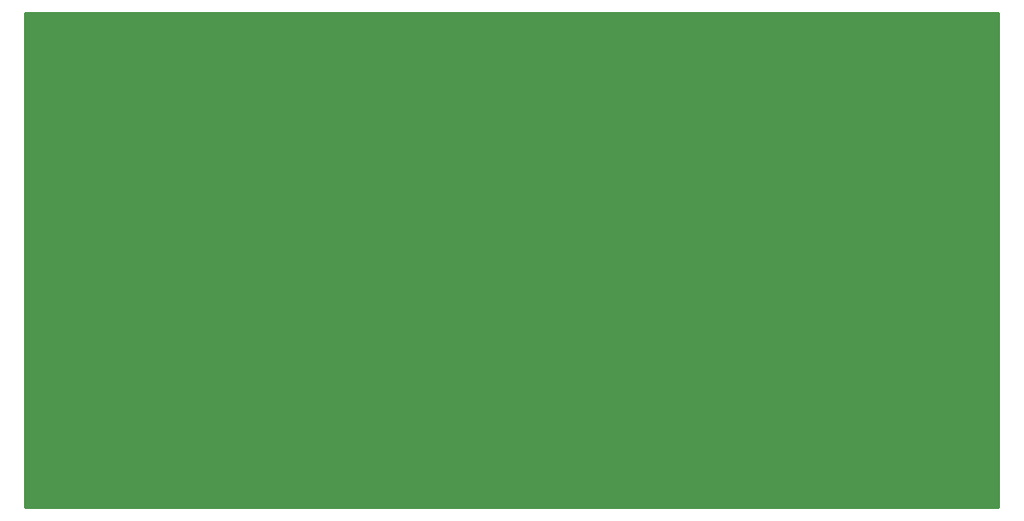
<source format=gbr>
%TF.GenerationSoftware,KiCad,Pcbnew,(6.0.4)*%
%TF.CreationDate,2025-06-12T14:40:54+01:00*%
%TF.ProjectId,Ring_Resonator_with_solder_mask,52696e67-5f52-4657-936f-6e61746f725f,rev?*%
%TF.SameCoordinates,Original*%
%TF.FileFunction,Copper,L2,Bot*%
%TF.FilePolarity,Positive*%
%FSLAX46Y46*%
G04 Gerber Fmt 4.6, Leading zero omitted, Abs format (unit mm)*
G04 Created by KiCad (PCBNEW (6.0.4)) date 2025-06-12 14:40:54*
%MOMM*%
%LPD*%
G01*
G04 APERTURE LIST*
G04 APERTURE END LIST*
%TA.AperFunction,NonConductor*%
G36*
X48041121Y24478998D02*
G01*
X48087614Y24425342D01*
X48099000Y24373000D01*
X48099000Y-24373000D01*
X48078998Y-24441121D01*
X48025342Y-24487614D01*
X47973000Y-24499000D01*
X-47973000Y-24499000D01*
X-48041121Y-24478998D01*
X-48087614Y-24425342D01*
X-48099000Y-24373000D01*
X-48099000Y24373000D01*
X-48078998Y24441121D01*
X-48025342Y24487614D01*
X-47973000Y24499000D01*
X47973000Y24499000D01*
X48041121Y24478998D01*
G37*
%TD.AperFunction*%
M02*

</source>
